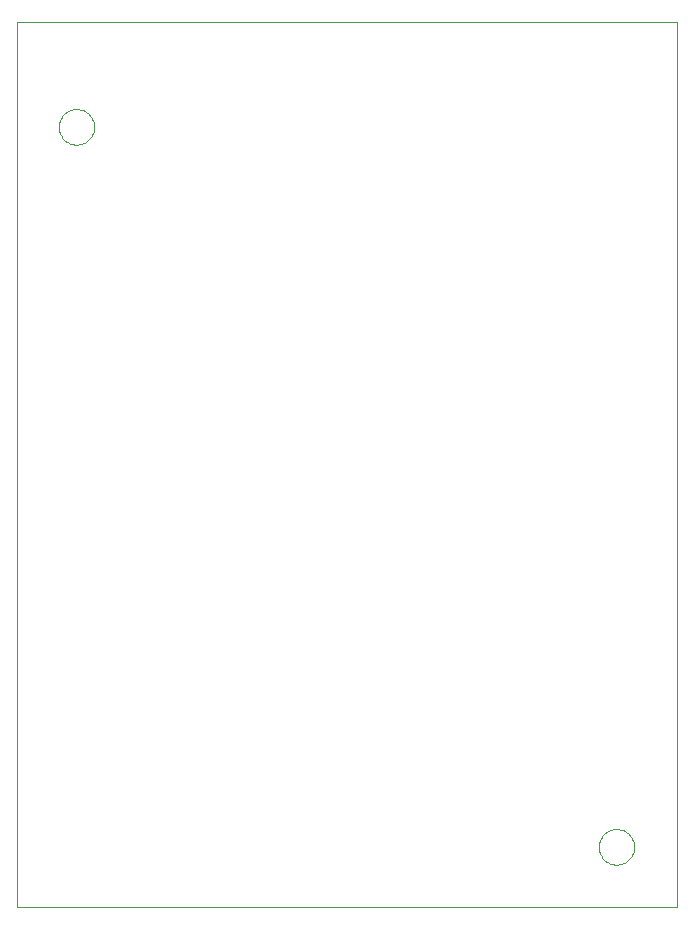
<source format=gbr>
G75*
%MOIN*%
%OFA0B0*%
%FSLAX24Y24*%
%IPPOS*%
%LPD*%
%AMOC8*
5,1,8,0,0,1.08239X$1,22.5*
%
%ADD10C,0.0000*%
D10*
X001180Y001680D02*
X001180Y031180D01*
X023180Y031180D01*
X023180Y001680D01*
X001180Y001680D01*
X002589Y027680D02*
X002591Y027728D01*
X002597Y027776D01*
X002607Y027823D01*
X002620Y027869D01*
X002638Y027914D01*
X002658Y027958D01*
X002683Y028000D01*
X002711Y028039D01*
X002741Y028076D01*
X002775Y028110D01*
X002812Y028142D01*
X002850Y028171D01*
X002891Y028196D01*
X002934Y028218D01*
X002979Y028236D01*
X003025Y028250D01*
X003072Y028261D01*
X003120Y028268D01*
X003168Y028271D01*
X003216Y028270D01*
X003264Y028265D01*
X003312Y028256D01*
X003358Y028244D01*
X003403Y028227D01*
X003447Y028207D01*
X003489Y028184D01*
X003529Y028157D01*
X003567Y028127D01*
X003602Y028094D01*
X003634Y028058D01*
X003664Y028020D01*
X003690Y027979D01*
X003712Y027936D01*
X003732Y027892D01*
X003747Y027847D01*
X003759Y027800D01*
X003767Y027752D01*
X003771Y027704D01*
X003771Y027656D01*
X003767Y027608D01*
X003759Y027560D01*
X003747Y027513D01*
X003732Y027468D01*
X003712Y027424D01*
X003690Y027381D01*
X003664Y027340D01*
X003634Y027302D01*
X003602Y027266D01*
X003567Y027233D01*
X003529Y027203D01*
X003489Y027176D01*
X003447Y027153D01*
X003403Y027133D01*
X003358Y027116D01*
X003312Y027104D01*
X003264Y027095D01*
X003216Y027090D01*
X003168Y027089D01*
X003120Y027092D01*
X003072Y027099D01*
X003025Y027110D01*
X002979Y027124D01*
X002934Y027142D01*
X002891Y027164D01*
X002850Y027189D01*
X002812Y027218D01*
X002775Y027250D01*
X002741Y027284D01*
X002711Y027321D01*
X002683Y027360D01*
X002658Y027402D01*
X002638Y027446D01*
X002620Y027491D01*
X002607Y027537D01*
X002597Y027584D01*
X002591Y027632D01*
X002589Y027680D01*
X020589Y003680D02*
X020591Y003728D01*
X020597Y003776D01*
X020607Y003823D01*
X020620Y003869D01*
X020638Y003914D01*
X020658Y003958D01*
X020683Y004000D01*
X020711Y004039D01*
X020741Y004076D01*
X020775Y004110D01*
X020812Y004142D01*
X020850Y004171D01*
X020891Y004196D01*
X020934Y004218D01*
X020979Y004236D01*
X021025Y004250D01*
X021072Y004261D01*
X021120Y004268D01*
X021168Y004271D01*
X021216Y004270D01*
X021264Y004265D01*
X021312Y004256D01*
X021358Y004244D01*
X021403Y004227D01*
X021447Y004207D01*
X021489Y004184D01*
X021529Y004157D01*
X021567Y004127D01*
X021602Y004094D01*
X021634Y004058D01*
X021664Y004020D01*
X021690Y003979D01*
X021712Y003936D01*
X021732Y003892D01*
X021747Y003847D01*
X021759Y003800D01*
X021767Y003752D01*
X021771Y003704D01*
X021771Y003656D01*
X021767Y003608D01*
X021759Y003560D01*
X021747Y003513D01*
X021732Y003468D01*
X021712Y003424D01*
X021690Y003381D01*
X021664Y003340D01*
X021634Y003302D01*
X021602Y003266D01*
X021567Y003233D01*
X021529Y003203D01*
X021489Y003176D01*
X021447Y003153D01*
X021403Y003133D01*
X021358Y003116D01*
X021312Y003104D01*
X021264Y003095D01*
X021216Y003090D01*
X021168Y003089D01*
X021120Y003092D01*
X021072Y003099D01*
X021025Y003110D01*
X020979Y003124D01*
X020934Y003142D01*
X020891Y003164D01*
X020850Y003189D01*
X020812Y003218D01*
X020775Y003250D01*
X020741Y003284D01*
X020711Y003321D01*
X020683Y003360D01*
X020658Y003402D01*
X020638Y003446D01*
X020620Y003491D01*
X020607Y003537D01*
X020597Y003584D01*
X020591Y003632D01*
X020589Y003680D01*
M02*

</source>
